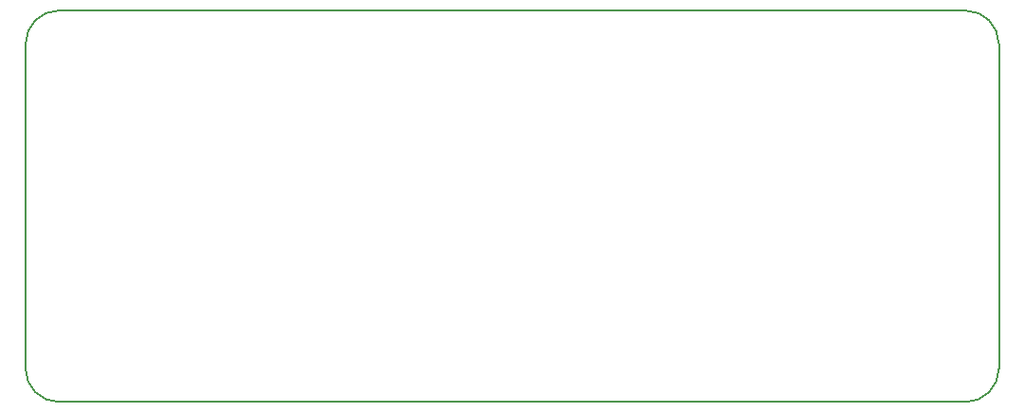
<source format=gko>
%FSTAX24Y24*%
%MOIN*%
G70*
G01*
G75*
G04 Layer_Color=16711935*
%ADD10R,0.0374X0.0315*%
%ADD11R,0.0709X0.0709*%
%ADD12R,0.0472X0.0256*%
%ADD13R,0.0315X0.0374*%
%ADD14R,0.0670X0.1575*%
%ADD15C,0.0200*%
%ADD16C,0.0079*%
%ADD17C,0.2362*%
%ADD18C,0.0787*%
%ADD19R,0.0787X0.0787*%
%ADD20R,0.0591X0.0591*%
%ADD21C,0.0591*%
%ADD22C,0.1181*%
%ADD23C,0.1800*%
%ADD24C,0.0709*%
%ADD25C,0.0500*%
%ADD26R,0.0454X0.0395*%
%ADD27R,0.0789X0.0789*%
%ADD28R,0.0552X0.0336*%
%ADD29R,0.0395X0.0454*%
%ADD30R,0.0750X0.1655*%
%ADD31C,0.2442*%
%ADD32C,0.0867*%
%ADD33R,0.0867X0.0867*%
%ADD34R,0.0671X0.0671*%
%ADD35C,0.0671*%
%ADD36C,0.1261*%
%ADD37C,0.1880*%
%ADD38C,0.0789*%
%ADD39C,0.0580*%
D16*
X022047Y023622D02*
G03*
X020866Y022441I0J-001181D01*
G01*
X055118D02*
G03*
X053937Y023622I-001181J0D01*
G01*
Y009843D02*
G03*
X055118Y011024I0J001181D01*
G01*
X020866D02*
G03*
X022047Y009843I001181J0D01*
G01*
X020866Y011024D02*
Y022441D01*
X022047Y023622D02*
X053937D01*
X055118Y011024D02*
Y022441D01*
X022047Y009843D02*
X053937D01*
M02*

</source>
